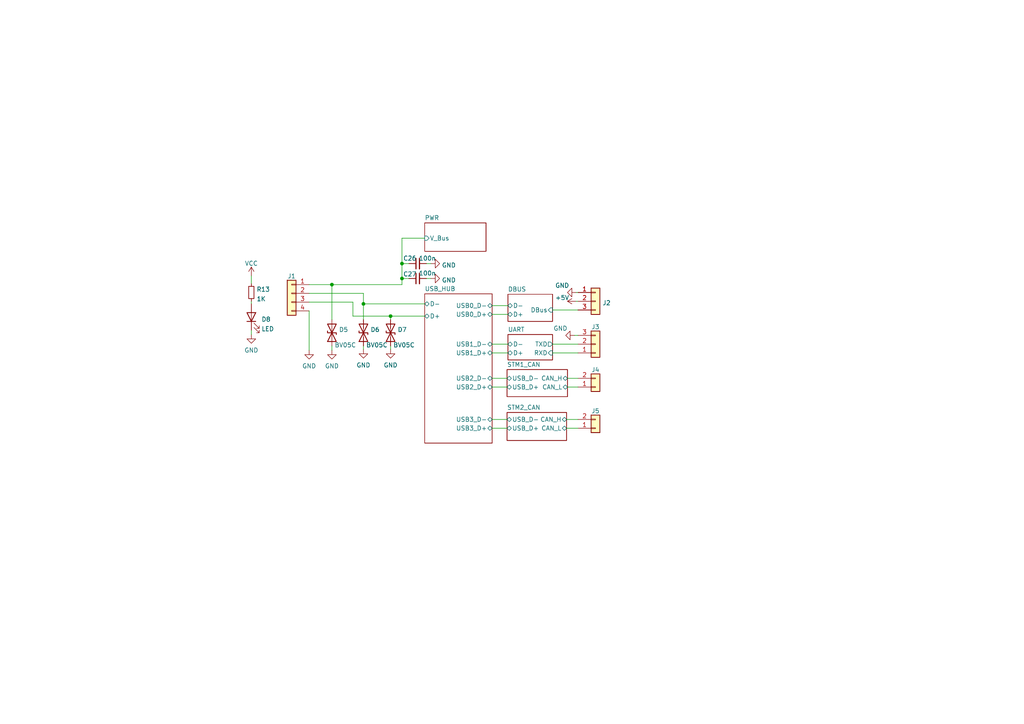
<source format=kicad_sch>
(kicad_sch (version 20211123) (generator eeschema)
  (paper "A4")
  (title_block (title "USB To CAN") (date "2023-05-04") (rev "2.0.1"))
  (lib_symbols
    (symbol "Connector_Generic:Conn_01x02" (pin_names (offset 1.016) hide)
      (property "Reference" "J" (at 0 2.54 0))
      (property "Value" "Conn_01x02" (at 0 -5.08 0))
      (symbol "Conn_01x02_1_1"
        (rectangle (start -1.27 -2.413) (end 0 -2.667) (stroke (width 0.1524)))
        (rectangle (start -1.27 0.127) (end 0 -0.127) (stroke (width 0.1524)))
        (rectangle (start -1.27 1.27) (end 1.27 -3.81) (stroke (width 0.254)) (fill (type background)))
        (pin passive line (at -5.08 0 0) (length 3.81) (name "Pin_1") (number "1"))
        (pin passive line (at -5.08 -2.54 0) (length 3.81) (name "Pin_2") (number "2"))
      )
    )
    (symbol "Connector_Generic:Conn_01x03" (pin_names (offset 1.016) hide)
      (property "Reference" "J" (at 0 5.08 0))
      (property "Value" "Conn_01x03" (at 0 -5.08 0))
      (symbol "Conn_01x03_1_1"
        (rectangle (start -1.27 -2.413) (end 0 -2.667) (stroke (width 0.1524)))
        (rectangle (start -1.27 0.127) (end 0 -0.127) (stroke (width 0.1524)))
        (rectangle (start -1.27 2.667) (end 0 2.413) (stroke (width 0.1524)))
        (rectangle (start -1.27 3.81) (end 1.27 -3.81) (stroke (width 0.254)) (fill (type background)))
        (pin passive line (at -5.08 2.54 0) (length 3.81) (name "Pin_1") (number "1"))
        (pin passive line (at -5.08 0 0) (length 3.81) (name "Pin_2") (number "2"))
        (pin passive line (at -5.08 -2.54 0) (length 3.81) (name "Pin_3") (number "3"))
      )
    )
    (symbol "Connector_Generic:Conn_01x04" (pin_names (offset 1.016) hide)
      (property "Reference" "J" (at 0 5.08 0))
      (property "Value" "Conn_01x04" (at 0 -7.62 0))
      (symbol "Conn_01x04_1_1"
        (rectangle (start -1.27 -4.953) (end 0 -5.207) (stroke (width 0.1524)))
        (rectangle (start -1.27 -2.413) (end 0 -2.667) (stroke (width 0.1524)))
        (rectangle (start -1.27 0.127) (end 0 -0.127) (stroke (width 0.1524)))
        (rectangle (start -1.27 2.667) (end 0 2.413) (stroke (width 0.1524)))
        (rectangle (start -1.27 3.81) (end 1.27 -6.35) (stroke (width 0.254)) (fill (type background)))
        (pin passive line (at -5.08 2.54 0) (length 3.81) (name "Pin_1") (number "1"))
        (pin passive line (at -5.08 0 0) (length 3.81) (name "Pin_2") (number "2"))
        (pin passive line (at -5.08 -2.54 0) (length 3.81) (name "Pin_3") (number "3"))
        (pin passive line (at -5.08 -5.08 0) (length 3.81) (name "Pin_4") (number "4"))
      )
    )
    (symbol "Device:C_Small" (pin_numbers hide) (pin_names (offset 0.254) hide)
      (property "Reference" "C" (at 0.254 1.778 0))
      (property "Value" "C_Small" (at 0.254 -2.032 0))
      (symbol "C_Small_0_1"
        (polyline (pts (xy -1.524 -0.508) (xy 1.524 -0.508)) (stroke (width 0.3302)))
        (polyline (pts (xy -1.524 0.508) (xy 1.524 0.508)) (stroke (width 0.3048)))
      )
      (symbol "C_Small_1_1"
        (pin passive line (at 0 2.54 270) (length 2.032) (name "~") (number "1"))
        (pin passive line (at 0 -2.54 90) (length 2.032) (name "~") (number "2"))
      )
    )
    (symbol "Device:D_TVS" (pin_numbers hide) (pin_names (offset 1.016) hide)
      (property "Reference" "D" (at 0 2.54 0))
      (property "Value" "D_TVS" (at 0 -2.54 0))
      (symbol "D_TVS_0_1"
        (polyline (pts (xy 1.27 0) (xy -1.27 0)))
        (polyline (pts (xy 0.508 1.27) (xy 0 1.27) (xy 0 -1.27) (xy -0.508 -1.27)) (stroke (width 0.254)))
        (polyline (pts (xy -2.54 1.27) (xy -2.54 -1.27) (xy 2.54 1.27) (xy 2.54 -1.27) (xy -2.54 1.27)) (stroke (width 0.254)))
      )
      (symbol "D_TVS_1_1"
        (pin passive line (at -3.81 0 0) (length 2.54) (name "A1") (number "1"))
        (pin passive line (at 3.81 0 180) (length 2.54) (name "A2") (number "2"))
      )
    )
    (symbol "Device:LED" (pin_numbers hide) (pin_names (offset 1.016) hide)
      (property "Reference" "D" (at 0 2.54 0))
      (property "Value" "LED" (at 0 -2.54 0))
      (symbol "LED_0_1"
        (polyline (pts (xy -1.27 -1.27) (xy -1.27 1.27)) (stroke (width 0.254)))
        (polyline (pts (xy -1.27 0) (xy 1.27 0)))
        (polyline (pts (xy 1.27 -1.27) (xy 1.27 1.27) (xy -1.27 0) (xy 1.27 -1.27)) (stroke (width 0.254)))
        (polyline (pts (xy -3.048 -0.762) (xy -4.572 -2.286) (xy -3.81 -2.286) (xy -4.572 -2.286) (xy -4.572 -1.524)))
        (polyline (pts (xy -1.778 -0.762) (xy -3.302 -2.286) (xy -2.54 -2.286) (xy -3.302 -2.286) (xy -3.302 -1.524)))
      )
      (symbol "LED_1_1"
        (pin passive line (at -3.81 0 0) (length 2.54) (name "K") (number "1"))
        (pin passive line (at 3.81 0 180) (length 2.54) (name "A") (number "2"))
      )
    )
    (symbol "Device:R_Small" (pin_numbers hide) (pin_names (offset 0.254) hide)
      (property "Reference" "R" (at 0.762 0.508 0))
      (property "Value" "R_Small" (at 0.762 -1.016 0))
      (symbol "R_Small_0_1"
        (rectangle (start -0.762 1.778) (end 0.762 -1.778) (stroke (width 0.2032)))
      )
      (symbol "R_Small_1_1"
        (pin passive line (at 0 2.54 270) (length 0.762) (name "~") (number "1"))
        (pin passive line (at 0 -2.54 90) (length 0.762) (name "~") (number "2"))
      )
    )
    (symbol "power:+5V" (power) (pin_names (offset 0))
      (property "Value" "+5V" (at 0 3.556 0))
      (symbol "+5V_0_1"
        (polyline (pts (xy -0.762 1.27) (xy 0 2.54)))
        (polyline (pts (xy 0 0) (xy 0 2.54)))
        (polyline (pts (xy 0 2.54) (xy 0.762 1.27)))
      )
      (symbol "+5V_1_1"
        (pin power_in line (at 0 0 90) (length 0) hide (name "+5V") (number "1"))
      )
    )
    (symbol "power:GND" (power) (pin_names (offset 0))
      (property "Value" "GND" (at 0 -3.81 0))
      (symbol "GND_0_1"
        (polyline (pts (xy 0 0) (xy 0 -1.27) (xy 1.27 -1.27) (xy 0 -2.54) (xy -1.27 -1.27) (xy 0 -1.27)))
      )
      (symbol "GND_1_1"
        (pin power_in line (at 0 0 270) (length 0) hide (name "GND") (number "1"))
      )
    )
    (symbol "power:VCC" (power) (pin_names (offset 0))
      (property "Value" "VCC" (at 0 3.81 0))
      (symbol "VCC_0_1"
        (polyline (pts (xy -0.762 1.27) (xy 0 2.54)))
        (polyline (pts (xy 0 0) (xy 0 2.54)))
        (polyline (pts (xy 0 2.54) (xy 0.762 1.27)))
      )
      (symbol "VCC_1_1"
        (pin power_in line (at 0 0 90) (length 0) hide (name "VCC") (number "1"))
      )
    )
  )
  (junction (at 116.586 80.772))
  (junction (at 96.266 82.55))
  (junction (at 105.41 88.138))
  (junction (at 113.284 91.694))
  (junction (at 116.586 76.454))
  (wire (pts (xy 116.586 80.772) (xy 118.618 80.772)))
  (wire (pts (xy 105.41 88.138) (xy 123.19 88.138)))
  (wire (pts (xy 142.748 88.646) (xy 147.32 88.646)))
  (wire (pts (xy 164.592 112.268) (xy 167.64 112.268)))
  (wire (pts (xy 96.266 82.55) (xy 116.586 82.55)))
  (wire (pts (xy 89.662 85.09) (xy 105.41 85.09)))
  (wire (pts (xy 96.266 82.55) (xy 96.266 92.71)))
  (wire (pts (xy 89.662 87.63) (xy 102.362 87.63)))
  (wire (pts (xy 89.662 82.55) (xy 96.266 82.55)))
  (wire (pts (xy 142.748 124.206) (xy 147.066 124.206)))
  (wire (pts (xy 167.132 87.376) (xy 167.64 87.376)))
  (wire (pts (xy 116.586 69.088) (xy 116.586 76.454)))
  (wire (pts (xy 164.592 109.728) (xy 167.64 109.728)))
  (wire (pts (xy 105.41 88.138) (xy 105.41 92.71)))
  (wire (pts (xy 102.362 91.694) (xy 113.284 91.694)))
  (wire (pts (xy 89.662 90.17) (xy 89.662 101.6)))
  (wire (pts (xy 160.274 89.916) (xy 167.64 89.916)))
  (wire (pts (xy 116.586 69.088) (xy 123.19 69.088)))
  (wire (pts (xy 166.624 97.282) (xy 167.64 97.282)))
  (wire (pts (xy 72.898 95.758) (xy 72.898 97.028)))
  (wire (pts (xy 113.284 100.33) (xy 113.284 101.346)))
  (wire (pts (xy 105.41 85.09) (xy 105.41 88.138)))
  (wire (pts (xy 113.284 91.694) (xy 123.19 91.694)))
  (wire (pts (xy 113.284 91.694) (xy 113.284 92.71)))
  (wire (pts (xy 123.698 76.454) (xy 124.968 76.454)))
  (wire (pts (xy 72.898 87.376) (xy 72.898 88.138)))
  (wire (pts (xy 142.748 91.186) (xy 147.32 91.186)))
  (wire (pts (xy 142.748 109.728) (xy 147.066 109.728)))
  (wire (pts (xy 164.338 121.666) (xy 167.64 121.666)))
  (wire (pts (xy 116.586 76.454) (xy 116.586 80.772)))
  (wire (pts (xy 164.338 124.206) (xy 167.64 124.206)))
  (wire (pts (xy 96.266 100.33) (xy 96.266 101.6)))
  (wire (pts (xy 160.274 99.822) (xy 167.64 99.822)))
  (wire (pts (xy 160.274 102.362) (xy 167.64 102.362)))
  (wire (pts (xy 102.362 87.63) (xy 102.362 91.694)))
  (wire (pts (xy 72.898 80.01) (xy 72.898 82.296)))
  (wire (pts (xy 116.586 82.55) (xy 116.586 80.772)))
  (wire (pts (xy 142.748 112.268) (xy 147.066 112.268)))
  (wire (pts (xy 105.41 100.33) (xy 105.41 101.346)))
  (wire (pts (xy 116.586 76.454) (xy 118.618 76.454)))
  (wire (pts (xy 167.132 84.836) (xy 167.64 84.836)))
  (wire (pts (xy 123.698 80.772) (xy 124.968 80.772)))
  (wire (pts (xy 142.748 102.362) (xy 147.32 102.362)))
  (wire (pts (xy 142.748 121.666) (xy 147.066 121.666)))
  (wire (pts (xy 142.748 99.822) (xy 147.32 99.822)))
  (symbol (lib_id "power:GND") (at 166.624 97.282 270) (unit 1)
    (property "Reference" "#PWR029" (effects hide))
    (property "Value" "GND" (at 164.592 95.25 90) (effects (justify right)))
  )
  (symbol (lib_id "power:GND") (at 113.284 101.346 0) (unit 1)
    (property "Reference" "#PWR031" (effects hide))
    (property "Value" "GND" (at 113.284 105.9085 0))
  )
  (symbol (lib_id "Device:R_Small") (at 72.898 84.836 0) (unit 1)
    (property "Reference" "R13" (at 74.3966 83.9275 0) (effects (justify left)))
    (property "Value" "1K" (at 74.3966 86.7026 0) (effects (justify left)))
    (property "Footprint" "library:R_0603_1608Metric" (effects hide))
  )
  (symbol (lib_id "power:GND") (at 72.898 97.028 0) (unit 1)
    (property "Reference" "#PWR034" (effects hide))
    (property "Value" "GND" (at 72.898 101.5905 0))
  )
  (symbol (lib_id "Device:D_TVS") (at 105.41 96.52 90) (unit 1)
    (property "Reference" "D6" (at 107.442 95.6115 90) (effects (justify right)))
    (property "Value" "BV05C" (at 106.172 100.076 90) (effects (justify right)))
    (property "Footprint" "library:D_SOD-323" (effects hide))
  )
  (symbol (lib_id "Connector_Generic:Conn_01x04") (at 84.582 85.09 0) (mirror y) (unit 1)
    (property "Reference" "J1" (at 84.582 80.0885 0))
    (property "Value" "Conn_01x04" (effects hide))
    (property "Footprint" "library:Molex_CLIK-Mate_502386-0470_1x04-1MP_P1.25mm_Horizontal" (effects hide))
  )
  (symbol (lib_id "Device:C_Small") (at 121.158 80.772 90) (unit 1)
    (property "Reference" "C27" (at 118.872 79.502 90))
    (property "Value" "100n" (at 123.952 79.248 90))
    (property "Footprint" "library:C_0603_1608Metric" (effects hide))
  )
  (symbol (lib_id "power:+5V") (at 167.132 87.376 90) (unit 1)
    (property "Reference" "#PWR028" (effects hide))
    (property "Value" "+5V" (at 165.1 86.36 90) (effects (justify left)))
  )
  (symbol (lib_id "power:GND") (at 105.41 101.346 0) (unit 1)
    (property "Reference" "#PWR030" (effects hide))
    (property "Value" "GND" (at 105.41 105.9085 0))
  )
  (symbol (lib_id "Connector_Generic:Conn_01x03") (at 172.72 99.822 0) (mirror x) (unit 1)
    (property "Reference" "J3" (at 172.72 94.8205 0))
    (property "Value" "Conn_01x03" (effects hide))
    (property "Footprint" "library:JST_GH_SM03B-GHS-TB_1x03-1MP_P1.25mm_Horizontal" (effects hide))
  )
  (symbol (lib_id "power:GND") (at 124.968 76.454 90) (unit 1)
    (property "Reference" "#PWR025" (effects hide))
    (property "Value" "GND" (at 128.143 76.933 90) (effects (justify right)))
  )
  (symbol (lib_id "power:GND") (at 89.662 101.6 0) (unit 1)
    (property "Reference" "#PWR0131" (effects hide))
    (property "Value" "GND" (at 89.662 106.1625 0))
  )
  (symbol (lib_id "Connector_Generic:Conn_01x02") (at 172.72 124.206 0) (mirror x) (unit 1)
    (property "Reference" "J5" (at 172.72 119.2045 0))
    (property "Value" "Conn_01x02" (effects hide))
    (property "Footprint" "library:JST_GH_SM02B-GHS-TB_1x02-1MP_P1.25mm_Horizontal" (effects hide))
  )
  (symbol (lib_id "Connector_Generic:Conn_01x02") (at 172.72 112.268 0) (mirror x) (unit 1)
    (property "Reference" "J4" (at 172.72 107.2665 0))
    (property "Value" "Conn_01x02" (effects hide))
    (property "Footprint" "library:JST_GH_SM02B-GHS-TB_1x02-1MP_P1.25mm_Horizontal" (effects hide))
  )
  (symbol (lib_id "Device:D_TVS") (at 96.266 96.52 90) (unit 1)
    (property "Reference" "D5" (at 98.298 95.6115 90) (effects (justify right)))
    (property "Value" "BV05C" (at 97.028 100.076 90) (effects (justify right)))
    (property "Footprint" "library:D_SOD-323" (effects hide))
  )
  (symbol (lib_id "Device:C_Small") (at 121.158 76.454 90) (unit 1)
    (property "Reference" "C26" (at 118.872 74.93 90))
    (property "Value" "100n" (at 123.952 74.93 90))
    (property "Footprint" "library:C_0603_1608Metric" (effects hide))
  )
  (symbol (lib_id "power:GND") (at 96.266 101.6 0) (unit 1)
    (property "Reference" "#PWR032" (effects hide))
    (property "Value" "GND" (at 96.266 106.1625 0))
  )
  (symbol (lib_id "power:GND") (at 124.968 80.772 90) (unit 1)
    (property "Reference" "#PWR026" (effects hide))
    (property "Value" "GND" (at 128.143 81.251 90) (effects (justify right)))
  )
  (symbol (lib_id "power:GND") (at 167.132 84.836 270) (unit 1)
    (property "Reference" "#PWR027" (effects hide))
    (property "Value" "GND" (at 165.1 82.804 90) (effects (justify right)))
  )
  (symbol (lib_id "power:VCC") (at 72.898 80.01 0) (unit 1)
    (property "Reference" "#PWR033" (effects hide))
    (property "Value" "VCC" (at 72.898 76.4055 0))
  )
  (symbol (lib_id "Device:D_TVS") (at 113.284 96.52 90) (unit 1)
    (property "Reference" "D7" (at 115.316 95.6115 90) (effects (justify right)))
    (property "Value" "BV05C" (at 114.046 100.076 90) (effects (justify right)))
    (property "Footprint" "library:D_SOD-323" (effects hide))
  )
  (symbol (lib_id "Connector_Generic:Conn_01x03") (at 172.72 87.376 0) (unit 1)
    (property "Reference" "J2" (at 174.752 87.855 0) (effects (justify left)))
    (property "Value" "Conn_01x03" (effects hide))
    (property "Footprint" "library:JST_GH_SM03B-GHS-TB_1x03-1MP_P1.25mm_Horizontal" (effects hide))
  )
  (symbol (lib_id "Device:LED") (at 72.898 91.948 90) (unit 1)
    (property "Reference" "D8" (at 75.819 92.627 90) (effects (justify right)))
    (property "Value" "LED" (at 75.819 95.4021 90) (effects (justify right)))
    (property "Footprint" "library:LED_0603_1608Metric" (effects hide))
  )
  (sheet (at 147.32 97.028) (size 12.954 7.366) (stroke (width 0.1524))
    (property "Sheet name" "UART" (at 147.32 96.3164 0) (effects (justify left bottom)))
    (property "Sheet file" "subsch/UART.kicad_sch" (effects hide))
    (pin "D-" bidirectional (at 147.32 99.822 180))
    (pin "D+" bidirectional (at 147.32 102.362 180))
    (pin "TXD" output (at 160.274 99.822 0))
    (pin "RXD" input (at 160.274 102.362 0))
  )
  (sheet (at 123.19 64.643) (size 17.78 8.255) (stroke (width 0.1524))
    (property "Sheet name" "PWR" (at 123.19 63.9314 0) (effects (justify left bottom)))
    (property "Sheet file" "subsch/PWR.kicad_sch" (effects hide))
    (pin "V_Bus" input (at 123.19 69.088 180))
  )
  (sheet (at 147.32 85.344) (size 12.954 7.874) (stroke (width 0.1524))
    (property "Sheet name" "DBUS" (at 147.32 84.6324 0) (effects (justify left bottom)))
    (property "Sheet file" "subsch/DBUS.kicad_sch" (effects hide))
    (pin "D-" bidirectional (at 147.32 88.646 180))
    (pin "D+" bidirectional (at 147.32 91.186 180))
    (pin "DBus" input (at 160.274 89.916 0))
  )
  (sheet (at 147.066 107.188) (size 17.526 7.874) (stroke (width 0.1524))
    (property "Sheet name" "STM1_CAN" (at 147.066 106.4764 0) (effects (justify left bottom)))
    (property "Sheet file" "subsch/STM1_CAN.kicad_sch" (effects hide))
    (pin "CAN_L" bidirectional (at 164.592 112.268 0))
    (pin "CAN_H" bidirectional (at 164.592 109.728 0))
    (pin "USB_D-" bidirectional (at 147.066 109.728 180))
    (pin "USB_D+" bidirectional (at 147.066 112.268 180))
  )
  (sheet (at 147.066 119.634) (size 17.272 8.128) (stroke (width 0.1524))
    (property "Sheet name" "STM2_CAN" (at 147.066 118.9224 0) (effects (justify left bottom)))
    (property "Sheet file" "subsch/STM2_CAN.kicad_sch" (effects hide))
    (pin "CAN_L" bidirectional (at 164.338 124.206 0))
    (pin "CAN_H" bidirectional (at 164.338 121.666 0))
    (pin "USB_D-" bidirectional (at 147.066 121.666 180))
    (pin "USB_D+" bidirectional (at 147.066 124.206 180))
  )
  (sheet (at 123.19 85.217) (size 19.558 43.307) (stroke (width 0.1524))
    (property "Sheet name" "USB_HUB" (at 123.19 84.5054 0) (effects (justify left bottom)))
    (property "Sheet file" "subsch/USB_HUB.kicad_sch" (effects hide))
    (pin "D+" bidirectional (at 123.19 91.694 180))
    (pin "D-" bidirectional (at 123.19 88.138 180))
    (pin "USB1_D+" bidirectional (at 142.748 102.362 0))
    (pin "USB1_D-" bidirectional (at 142.748 99.822 0))
    (pin "USB0_D-" bidirectional (at 142.748 88.646 0))
    (pin "USB0_D+" bidirectional (at 142.748 91.186 0))
    (pin "USB2_D-" bidirectional (at 142.748 109.728 0))
    (pin "USB2_D+" bidirectional (at 142.748 112.268 0))
    (pin "USB3_D-" bidirectional (at 142.748 121.666 0))
    (pin "USB3_D+" bidirectional (at 142.748 124.206 0))
  )
)
</source>
